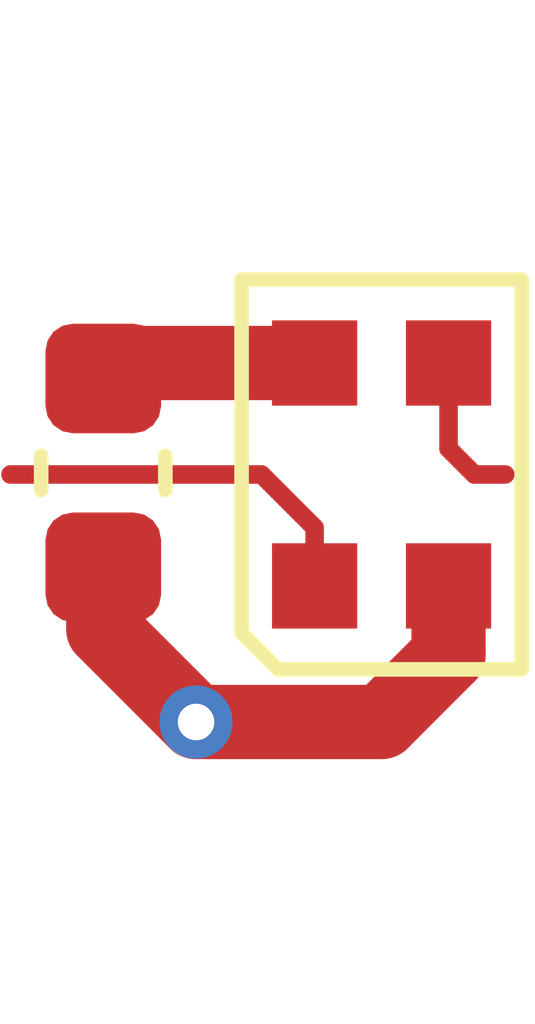
<source format=kicad_pcb>
(kicad_pcb (version 20241229) (generator "pcbnew") (generator_version "9.0")
  (layers (0 "F.Cu" signal) (2 "B.Cu" signal) (13 "F.Paste" user) (15 "B.Paste" user) (5 "F.SilkS" user "F.Silkscreen") (7 "B.SilkS" user "B.Silkscreen") (1 "F.Mask" user) (3 "B.Mask" user) (25 "Edge.Cuts" user))
  (net 0 "")
  (net 1 "GND")
  (net 2 "/VIN")
  (net 3 "/DOUT")
  (net 4 "/DIN")
  (footprint "LED_SMD:LED_WS2812B-2020_PLCC4_2.0x2.0mm" (layer "F.Cu") (at 152.4 98.552 90)
    (property "Reference" "D1")
    (property "Value" "WS2812B-2020" (hide yes))
    (fp_line (start 1.6 -1.15) (end 1.6 1.15) (stroke (width 0.12)) (layer "F.SilkS"))
    (fp_line (start -1.3 -1.15) (end 1.6 -1.15) (stroke (width 0.12)) (layer "F.SilkS"))
    (fp_line (start -1.3 -1.15) (end -1.6 -0.85) (stroke (width 0.12)) (layer "F.SilkS"))
    (fp_line (start -1.6 1.15) (end -1.6 -0.85) (stroke (width 0.12)) (layer "F.SilkS"))
    (fp_line (start -1.6 1.15) (end 1.6 1.15) (stroke (width 0.12)) (layer "F.SilkS"))
    (pad "1" smd rect (at -0.915 -0.55 90) (size 0.7 0.7) (layers "F.Cu" "F.Mask" "F.Paste") (net 3 "/DOUT"))
    (pad "2" smd rect (at -0.915 0.55 90) (size 0.7 0.7) (layers "F.Cu" "F.Mask" "F.Paste") (net 1 "GND"))
    (pad "3" smd rect (at 0.915 0.55 90) (size 0.7 0.7) (layers "F.Cu" "F.Mask" "F.Paste") (net 4 "/DIN"))
    (pad "4" smd rect (at 0.915 -0.55 90) (size 0.7 0.7) (layers "F.Cu" "F.Mask" "F.Paste") (net 2 "/VIN"))
  )
  (footprint "Capacitor_SMD:C_0603_1608Metric" (layer "F.Cu") (at 150.114 98.539 -90)
    (property "Reference" "C1")
    (property "Value" "1uF")
    (fp_line (start -0.14058 0.51) (end 0.14058 0.51) (stroke (width 0.12)) (layer "F.SilkS"))
    (fp_line (start -0.14058 -0.51) (end 0.14058 -0.51) (stroke (width 0.12)) (layer "F.SilkS"))
    (pad "1" smd roundrect (at -0.775 0 270) (size 0.9 0.95) (layers "F.Cu" "F.Mask" "F.Paste") (net 2 "/VIN"))
    (pad "2" smd roundrect (at 0.775 0 270) (size 0.9 0.95) (layers "F.Cu" "F.Mask" "F.Paste") (net 1 "GND"))
  )
  (segment (start 152.4 100.584) (end 150.876 100.584) (width 0.6096) (layer "F.Cu") (net 1))
  (segment (start 150.876 100.584) (end 150.114 99.822) (width 0.6096) (layer "F.Cu") (net 1))
  (segment (start 152.95 100.034) (end 152.4 100.584) (width 0.6096) (layer "F.Cu") (net 1))
  (segment (start 152.95 99.467) (end 152.95 100.034) (width 0.6096) (layer "F.Cu") (net 1))
  (segment (start 150.114 99.822) (end 150.114 99.314) (width 0.6096) (layer "F.Cu") (net 1))
  (via (at 150.876 100.584) (size 0.6) (drill 0.3) (layers "F.Cu" "B.Cu") (net 1))
  (segment (start 151.85 97.637) (end 150.241 97.637) (width 0.6096) (layer "F.Cu") (net 2))
  (segment (start 150.241 97.637) (end 150.114 97.764) (width 0.6096) (layer "F.Cu") (net 2))
  (segment (start 151.85 99.467) (end 151.85 98.9885) (width 0.1524) (layer "F.Cu") (net 3))
  (segment (start 151.4135 98.552) (end 149.352 98.552) (width 0.1524) (layer "F.Cu") (net 3))
  (segment (start 151.85 98.9885) (end 151.4135 98.552) (width 0.1524) (layer "F.Cu") (net 3))
  (segment (start 152.95 97.637) (end 152.95 98.34) (width 0.1524) (layer "F.Cu") (net 4))
  (segment (start 153.162 98.552) (end 153.416 98.552) (width 0.1524) (layer "F.Cu") (net 4))
  (segment (start 152.95 98.34) (end 153.162 98.552) (width 0.1524) (layer "F.Cu") (net 4))
)
</source>
